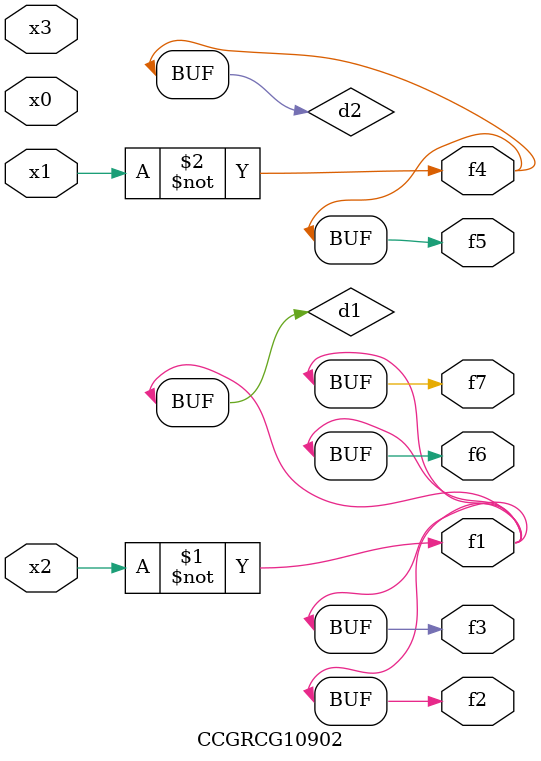
<source format=v>
module CCGRCG10902(
	input x0, x1, x2, x3,
	output f1, f2, f3, f4, f5, f6, f7
);

	wire d1, d2;

	xnor (d1, x2);
	not (d2, x1);
	assign f1 = d1;
	assign f2 = d1;
	assign f3 = d1;
	assign f4 = d2;
	assign f5 = d2;
	assign f6 = d1;
	assign f7 = d1;
endmodule

</source>
